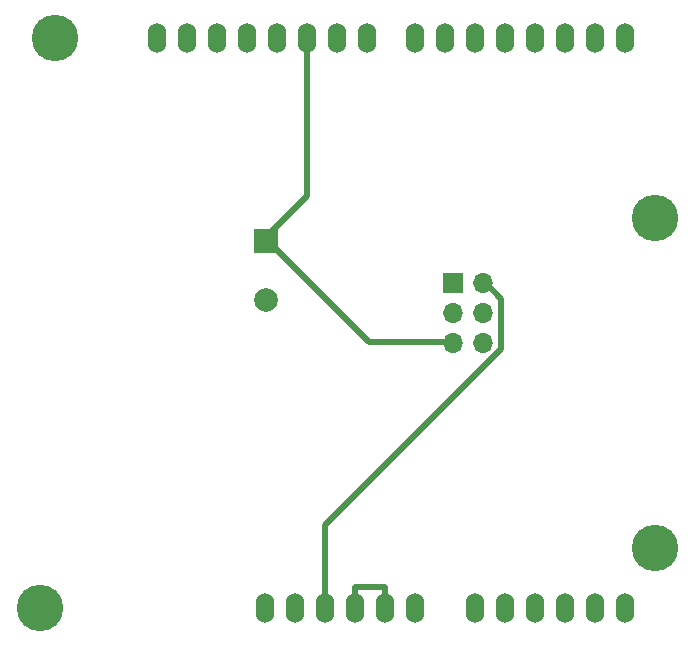
<source format=gbr>
%TF.GenerationSoftware,KiCad,Pcbnew,5.1.10*%
%TF.CreationDate,2021-11-17T00:54:39-05:00*%
%TF.ProjectId,shield_programmer_v0p3,73686965-6c64-45f7-9072-6f6772616d6d,rev?*%
%TF.SameCoordinates,Original*%
%TF.FileFunction,Copper,L1,Top*%
%TF.FilePolarity,Positive*%
%FSLAX46Y46*%
G04 Gerber Fmt 4.6, Leading zero omitted, Abs format (unit mm)*
G04 Created by KiCad (PCBNEW 5.1.10) date 2021-11-17 00:54:39*
%MOMM*%
%LPD*%
G01*
G04 APERTURE LIST*
%TA.AperFunction,ComponentPad*%
%ADD10R,1.700000X1.700000*%
%TD*%
%TA.AperFunction,ComponentPad*%
%ADD11O,1.700000X1.700000*%
%TD*%
%TA.AperFunction,ComponentPad*%
%ADD12R,2.000000X2.000000*%
%TD*%
%TA.AperFunction,ComponentPad*%
%ADD13C,2.000000*%
%TD*%
%TA.AperFunction,ComponentPad*%
%ADD14O,1.524000X2.540000*%
%TD*%
%TA.AperFunction,ComponentPad*%
%ADD15C,3.937000*%
%TD*%
%TA.AperFunction,Conductor*%
%ADD16C,0.508000*%
%TD*%
G04 APERTURE END LIST*
D10*
%TO.P,P1,1*%
%TO.N,/CIPO*%
X159766000Y-102616000D03*
D11*
%TO.P,P1,2*%
%TO.N,/5V*%
X162306000Y-102616000D03*
%TO.P,P1,3*%
%TO.N,/SCK*%
X159766000Y-105156000D03*
%TO.P,P1,4*%
%TO.N,/COPI*%
X162306000Y-105156000D03*
%TO.P,P1,5*%
%TO.N,/RST*%
X159766000Y-107696000D03*
%TO.P,P1,6*%
%TO.N,/GND*%
X162306000Y-107696000D03*
%TD*%
D12*
%TO.P,C1,1*%
%TO.N,/RST*%
X143890000Y-99060000D03*
D13*
%TO.P,C1,2*%
%TO.N,/GND*%
X143890000Y-104060000D03*
%TD*%
D14*
%TO.P,SHIELD1,AD5*%
%TO.N,N/C*%
X174308000Y-130175000D03*
%TO.P,SHIELD1,AD4*%
X171768000Y-130175000D03*
%TO.P,SHIELD1,AD3*%
X169228000Y-130175000D03*
%TO.P,SHIELD1,AD0*%
X161608000Y-130175000D03*
%TO.P,SHIELD1,AD1*%
X164148000Y-130175000D03*
%TO.P,SHIELD1,AD2*%
X166688000Y-130175000D03*
%TO.P,SHIELD1,V_IN*%
X156528000Y-130175000D03*
%TO.P,SHIELD1,GND2*%
%TO.N,/GND*%
X153988000Y-130175000D03*
%TO.P,SHIELD1,GND1*%
X151448000Y-130175000D03*
%TO.P,SHIELD1,3V3*%
%TO.N,N/C*%
X146368000Y-130175000D03*
%TO.P,SHIELD1,RST*%
X143828000Y-130175000D03*
%TO.P,SHIELD1,0*%
X174308000Y-81915000D03*
%TO.P,SHIELD1,1*%
X171768000Y-81915000D03*
%TO.P,SHIELD1,2*%
X169228000Y-81915000D03*
%TO.P,SHIELD1,3*%
X166688000Y-81915000D03*
%TO.P,SHIELD1,4*%
X164148000Y-81915000D03*
%TO.P,SHIELD1,5*%
X161608000Y-81915000D03*
%TO.P,SHIELD1,6*%
X159068000Y-81915000D03*
%TO.P,SHIELD1,7*%
X156528000Y-81915000D03*
%TO.P,SHIELD1,8*%
X152464000Y-81915000D03*
%TO.P,SHIELD1,9*%
X149924000Y-81915000D03*
%TO.P,SHIELD1,10*%
%TO.N,/RST*%
X147384000Y-81915000D03*
%TO.P,SHIELD1,11*%
%TO.N,/COPI*%
X144844000Y-81915000D03*
%TO.P,SHIELD1,12*%
%TO.N,/CIPO*%
X142304000Y-81915000D03*
%TO.P,SHIELD1,13*%
%TO.N,/SCK*%
X139764000Y-81915000D03*
%TO.P,SHIELD1,GND3*%
%TO.N,N/C*%
X137224000Y-81915000D03*
%TO.P,SHIELD1,AREF*%
X134684000Y-81915000D03*
%TO.P,SHIELD1,5V*%
%TO.N,/5V*%
X148908000Y-130175000D03*
D15*
%TO.P,SHIELD1,*%
%TO.N,*%
X176848000Y-125095000D03*
X176848000Y-97155000D03*
X126048000Y-81915000D03*
X124778000Y-130175000D03*
%TD*%
D16*
%TO.N,/5V*%
X148908000Y-123136600D02*
X148908000Y-130175000D01*
X163857400Y-108187200D02*
X148908000Y-123136600D01*
X163857400Y-103976400D02*
X163857400Y-108187200D01*
X162433000Y-102552000D02*
X163857400Y-103976400D01*
%TO.N,/GND*%
X151448000Y-128396700D02*
X153988000Y-128396700D01*
X151448000Y-130175000D02*
X151448000Y-128396700D01*
X153988000Y-130175000D02*
X153988000Y-128396700D01*
%TO.N,/RST*%
X152692000Y-107632000D02*
X143850000Y-98790000D01*
X143850000Y-98790000D02*
X147380000Y-95260000D01*
X147380000Y-81919000D02*
X147384000Y-81915000D01*
X147380000Y-95260000D02*
X147380000Y-81919000D01*
X159462000Y-107632000D02*
X159680000Y-107850000D01*
X152692000Y-107632000D02*
X159462000Y-107632000D01*
%TD*%
M02*

</source>
